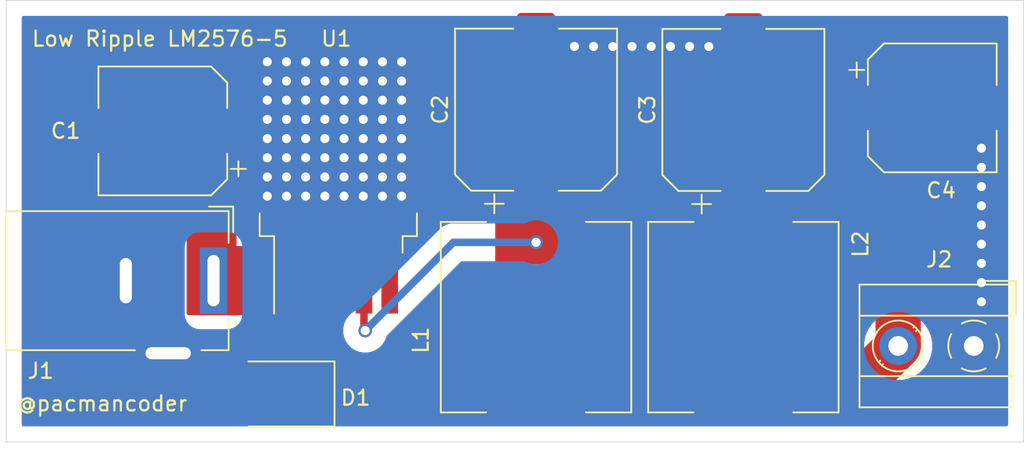
<source format=kicad_pcb>
(kicad_pcb (version 20171130) (host pcbnew 5.1.2)

  (general
    (thickness 1.6)
    (drawings 6)
    (tracks 146)
    (zones 0)
    (modules 10)
    (nets 6)
  )

  (page A4)
  (layers
    (0 F.Cu signal)
    (31 B.Cu mixed)
    (36 B.SilkS user)
    (37 F.SilkS user)
    (38 B.Mask user)
    (39 F.Mask user)
    (44 Edge.Cuts user)
    (45 Margin user)
    (46 B.CrtYd user)
    (47 F.CrtYd user)
    (48 B.Fab user hide)
    (49 F.Fab user hide)
  )

  (setup
    (last_trace_width 2.56)
    (user_trace_width 0.5)
    (user_trace_width 0.8)
    (user_trace_width 1)
    (user_trace_width 2)
    (user_trace_width 2.56)
    (user_trace_width 3)
    (trace_clearance 0.25)
    (zone_clearance 1)
    (zone_45_only no)
    (trace_min 0.25)
    (via_size 0.9)
    (via_drill 0.6)
    (via_min_size 0.9)
    (via_min_drill 0.6)
    (uvia_size 0.7)
    (uvia_drill 0.6)
    (uvias_allowed no)
    (uvia_min_size 0.6)
    (uvia_min_drill 0.6)
    (edge_width 0.05)
    (segment_width 0.2)
    (pcb_text_width 0.3)
    (pcb_text_size 1.5 1.5)
    (mod_edge_width 0.12)
    (mod_text_size 1 1)
    (mod_text_width 0.15)
    (pad_size 4.4 2)
    (pad_drill 3.4)
    (pad_to_mask_clearance 0.051)
    (solder_mask_min_width 0.25)
    (aux_axis_origin 154.94 110.49)
    (visible_elements FFFFFF7F)
    (pcbplotparams
      (layerselection 0x01000_7fffffff)
      (usegerberextensions false)
      (usegerberattributes false)
      (usegerberadvancedattributes false)
      (creategerberjobfile false)
      (excludeedgelayer false)
      (linewidth 0.300000)
      (plotframeref false)
      (viasonmask false)
      (mode 1)
      (useauxorigin true)
      (hpglpennumber 1)
      (hpglpenspeed 20)
      (hpglpendiameter 15.000000)
      (psnegative false)
      (psa4output false)
      (plotreference false)
      (plotvalue false)
      (plotinvisibletext false)
      (padsonsilk false)
      (subtractmaskfromsilk false)
      (outputformat 1)
      (mirror false)
      (drillshape 0)
      (scaleselection 1)
      (outputdirectory "gerber/"))
  )

  (net 0 "")
  (net 1 GND)
  (net 2 VIN)
  (net 3 FILTER_IN)
  (net 4 VOUT)
  (net 5 /SCHOTTKY)

  (net_class Default "This is the default net class."
    (clearance 0.25)
    (trace_width 0.25)
    (via_dia 0.9)
    (via_drill 0.6)
    (uvia_dia 0.7)
    (uvia_drill 0.6)
    (diff_pair_width 0.25)
    (diff_pair_gap 0.25)
    (add_net /SCHOTTKY)
    (add_net FILTER_IN)
    (add_net GND)
    (add_net VIN)
    (add_net VOUT)
  )

  (module Connector_BarrelJack:BarrelJack_Wuerth_6941xx301002 (layer F.Cu) (tedit 5B191DE1) (tstamp 5E3B4593)
    (at 164.846 62.992 270)
    (descr "Wuerth electronics barrel jack connector (5.5mm outher diameter, inner diameter 2.05mm or 2.55mm depending on exact order number), See: http://katalog.we-online.de/em/datasheet/6941xx301002.pdf")
    (tags "connector barrel jack")
    (path /5E3644D1)
    (fp_text reference J1 (at 5.969 11.43) (layer F.SilkS)
      (effects (font (size 1 1) (thickness 0.15)))
    )
    (fp_text value "Barrel Jack" (at 0 15.5 90) (layer F.Fab)
      (effects (font (size 1 1) (thickness 0.15)))
    )
    (fp_line (start -4.6 -1) (end -2.5 -1) (layer F.SilkS) (width 0.12))
    (fp_line (start 6.2 0.5) (end 5 0.5) (layer F.CrtYd) (width 0.05))
    (fp_line (start 6.2 5.5) (end 5 5.5) (layer F.CrtYd) (width 0.05))
    (fp_line (start 6.2 0.5) (end 6.2 5.5) (layer F.CrtYd) (width 0.05))
    (fp_line (start 5 0.5) (end 5 -1.4) (layer F.CrtYd) (width 0.05))
    (fp_line (start -5 14.1) (end 5 14.1) (layer F.CrtYd) (width 0.05))
    (fp_line (start -5 -1.4) (end -5 14.1) (layer F.CrtYd) (width 0.05))
    (fp_line (start 5 -1.4) (end -5 -1.4) (layer F.CrtYd) (width 0.05))
    (fp_line (start -4.9 -1.3) (end -4.9 0.3) (layer F.SilkS) (width 0.12))
    (fp_line (start -3.2 -1.3) (end -4.9 -1.3) (layer F.SilkS) (width 0.12))
    (fp_line (start 4.6 -1) (end 4.6 0.8) (layer F.SilkS) (width 0.12))
    (fp_line (start 2.5 -1) (end 4.6 -1) (layer F.SilkS) (width 0.12))
    (fp_line (start -4.6 13.7) (end -4.6 -1) (layer F.SilkS) (width 0.12))
    (fp_line (start 4.6 13.7) (end -4.6 13.7) (layer F.SilkS) (width 0.12))
    (fp_text user %R (at 0 7.5 90) (layer F.Fab)
      (effects (font (size 1 1) (thickness 0.15)))
    )
    (fp_line (start -4.5 13.6) (end -4.5 0.1) (layer F.Fab) (width 0.1))
    (fp_line (start 4.5 13.6) (end -4.5 13.6) (layer F.Fab) (width 0.1))
    (fp_line (start 4.5 -0.9) (end 4.5 13.6) (layer F.Fab) (width 0.1))
    (fp_line (start 4.5 -0.9) (end -3.5 -0.9) (layer F.Fab) (width 0.1))
    (fp_line (start -4.5 0.1) (end -3.5 -0.9) (layer F.Fab) (width 0.1))
    (fp_line (start 4.6 5.2) (end 4.6 13.7) (layer F.SilkS) (width 0.12))
    (fp_line (start 5 14.1) (end 5 5.5) (layer F.CrtYd) (width 0.05))
    (pad 1 thru_hole rect (at 0 0 270) (size 4.4 1.8) (drill oval 3.4 0.8) (layers *.Cu *.Mask)
      (net 2 VIN))
    (pad 2 thru_hole oval (at 0 5.8 270) (size 4 1.8) (drill oval 3 0.8) (layers *.Cu *.Mask)
      (net 1 GND))
    (pad 3 thru_hole oval (at 4.8 3) (size 4 1.8) (drill oval 3 0.8) (layers *.Cu *.Mask)
      (net 1 GND))
    (model ${KISYS3DMOD}/Connector_BarrelJack.3dshapes/BarrelJack_Wuerth_6941xx301002.wrl
      (at (xyz 0 0 0))
      (scale (xyz 1 1 1))
      (rotate (xyz 0 0 0))
    )
  )

  (module Diode_SMD:D_SMB (layer F.Cu) (tedit 58645DF3) (tstamp 5E3BB143)
    (at 169.3 70.485 180)
    (descr "Diode SMB (DO-214AA)")
    (tags "Diode SMB (DO-214AA)")
    (path /5E35EB95)
    (attr smd)
    (fp_text reference D1 (at -4.944 -0.254) (layer F.SilkS)
      (effects (font (size 1 1) (thickness 0.15)))
    )
    (fp_text value SS26 (at 0 3.1) (layer F.Fab)
      (effects (font (size 1 1) (thickness 0.15)))
    )
    (fp_line (start -3.55 -2.15) (end 2.15 -2.15) (layer F.SilkS) (width 0.12))
    (fp_line (start -3.55 2.15) (end 2.15 2.15) (layer F.SilkS) (width 0.12))
    (fp_line (start -0.64944 0.00102) (end 0.50118 -0.79908) (layer F.Fab) (width 0.1))
    (fp_line (start -0.64944 0.00102) (end 0.50118 0.75032) (layer F.Fab) (width 0.1))
    (fp_line (start 0.50118 0.75032) (end 0.50118 -0.79908) (layer F.Fab) (width 0.1))
    (fp_line (start -0.64944 -0.79908) (end -0.64944 0.80112) (layer F.Fab) (width 0.1))
    (fp_line (start 0.50118 0.00102) (end 1.4994 0.00102) (layer F.Fab) (width 0.1))
    (fp_line (start -0.64944 0.00102) (end -1.55114 0.00102) (layer F.Fab) (width 0.1))
    (fp_line (start -3.65 2.25) (end -3.65 -2.25) (layer F.CrtYd) (width 0.05))
    (fp_line (start 3.65 2.25) (end -3.65 2.25) (layer F.CrtYd) (width 0.05))
    (fp_line (start 3.65 -2.25) (end 3.65 2.25) (layer F.CrtYd) (width 0.05))
    (fp_line (start -3.65 -2.25) (end 3.65 -2.25) (layer F.CrtYd) (width 0.05))
    (fp_line (start 2.3 -2) (end -2.3 -2) (layer F.Fab) (width 0.1))
    (fp_line (start 2.3 -2) (end 2.3 2) (layer F.Fab) (width 0.1))
    (fp_line (start -2.3 2) (end -2.3 -2) (layer F.Fab) (width 0.1))
    (fp_line (start 2.3 2) (end -2.3 2) (layer F.Fab) (width 0.1))
    (fp_line (start -3.55 -2.15) (end -3.55 2.15) (layer F.SilkS) (width 0.12))
    (fp_text user %R (at 0 -3) (layer F.Fab)
      (effects (font (size 1 1) (thickness 0.15)))
    )
    (pad 2 smd rect (at 2.15 0 180) (size 2.5 2.3) (layers F.Cu F.Paste F.Mask)
      (net 1 GND))
    (pad 1 smd rect (at -2.15 0 180) (size 2.5 2.3) (layers F.Cu F.Paste F.Mask)
      (net 5 /SCHOTTKY))
    (model ${KISYS3DMOD}/Diode_SMD.3dshapes/D_SMB.wrl
      (at (xyz 0 0 0))
      (scale (xyz 1 1 1))
      (rotate (xyz 0 0 0))
    )
  )

  (module Package_TO_SOT_SMD:TO-263-5_TabPin3 (layer F.Cu) (tedit 5A70FBB6) (tstamp 5E3B468B)
    (at 173.101 57.096 90)
    (descr "TO-263 / D2PAK / DDPAK SMD package, http://www.infineon.com/cms/en/product/packages/PG-TO263/PG-TO263-5-1/")
    (tags "D2PAK DDPAK TO-263 D2PAK-5 TO-263-5 SOT-426")
    (path /5E35B44F)
    (attr smd)
    (fp_text reference U1 (at 10.106 -0.127 180) (layer F.SilkS)
      (effects (font (size 1 1) (thickness 0.15)))
    )
    (fp_text value LM2576HVS-5 (at 0 6.65 90) (layer F.Fab)
      (effects (font (size 1 1) (thickness 0.15)))
    )
    (fp_text user %R (at 0 0 90) (layer F.Fab)
      (effects (font (size 1 1) (thickness 0.15)))
    )
    (fp_line (start 8.32 -5.65) (end -8.32 -5.65) (layer F.CrtYd) (width 0.05))
    (fp_line (start 8.32 5.65) (end 8.32 -5.65) (layer F.CrtYd) (width 0.05))
    (fp_line (start -8.32 5.65) (end 8.32 5.65) (layer F.CrtYd) (width 0.05))
    (fp_line (start -8.32 -5.65) (end -8.32 5.65) (layer F.CrtYd) (width 0.05))
    (fp_line (start -2.95 4.25) (end -4.05 4.25) (layer F.SilkS) (width 0.12))
    (fp_line (start -2.95 5.2) (end -2.95 4.25) (layer F.SilkS) (width 0.12))
    (fp_line (start -1.45 5.2) (end -2.95 5.2) (layer F.SilkS) (width 0.12))
    (fp_line (start -2.95 -4.25) (end -8.075 -4.25) (layer F.SilkS) (width 0.12))
    (fp_line (start -2.95 -5.2) (end -2.95 -4.25) (layer F.SilkS) (width 0.12))
    (fp_line (start -1.45 -5.2) (end -2.95 -5.2) (layer F.SilkS) (width 0.12))
    (fp_line (start -7.45 3.8) (end -2.75 3.8) (layer F.Fab) (width 0.1))
    (fp_line (start -7.45 3) (end -7.45 3.8) (layer F.Fab) (width 0.1))
    (fp_line (start -2.75 3) (end -7.45 3) (layer F.Fab) (width 0.1))
    (fp_line (start -7.45 2.1) (end -2.75 2.1) (layer F.Fab) (width 0.1))
    (fp_line (start -7.45 1.3) (end -7.45 2.1) (layer F.Fab) (width 0.1))
    (fp_line (start -2.75 1.3) (end -7.45 1.3) (layer F.Fab) (width 0.1))
    (fp_line (start -7.45 0.4) (end -2.75 0.4) (layer F.Fab) (width 0.1))
    (fp_line (start -7.45 -0.4) (end -7.45 0.4) (layer F.Fab) (width 0.1))
    (fp_line (start -2.75 -0.4) (end -7.45 -0.4) (layer F.Fab) (width 0.1))
    (fp_line (start -7.45 -1.3) (end -2.75 -1.3) (layer F.Fab) (width 0.1))
    (fp_line (start -7.45 -2.1) (end -7.45 -1.3) (layer F.Fab) (width 0.1))
    (fp_line (start -2.75 -2.1) (end -7.45 -2.1) (layer F.Fab) (width 0.1))
    (fp_line (start -7.45 -3) (end -2.75 -3) (layer F.Fab) (width 0.1))
    (fp_line (start -7.45 -3.8) (end -7.45 -3) (layer F.Fab) (width 0.1))
    (fp_line (start -2.75 -3.8) (end -7.45 -3.8) (layer F.Fab) (width 0.1))
    (fp_line (start -1.75 -5) (end 6.5 -5) (layer F.Fab) (width 0.1))
    (fp_line (start -2.75 -4) (end -1.75 -5) (layer F.Fab) (width 0.1))
    (fp_line (start -2.75 5) (end -2.75 -4) (layer F.Fab) (width 0.1))
    (fp_line (start 6.5 5) (end -2.75 5) (layer F.Fab) (width 0.1))
    (fp_line (start 6.5 -5) (end 6.5 5) (layer F.Fab) (width 0.1))
    (fp_line (start 7.5 5) (end 6.5 5) (layer F.Fab) (width 0.1))
    (fp_line (start 7.5 -5) (end 7.5 5) (layer F.Fab) (width 0.1))
    (fp_line (start 6.5 -5) (end 7.5 -5) (layer F.Fab) (width 0.1))
    (pad "" smd rect (at 0.95 2.775 90) (size 4.55 5.25) (layers F.Paste))
    (pad "" smd rect (at 5.8 -2.775 90) (size 4.55 5.25) (layers F.Paste))
    (pad "" smd rect (at 0.95 -2.775 90) (size 4.55 5.25) (layers F.Paste))
    (pad "" smd rect (at 5.8 2.775 90) (size 4.55 5.25) (layers F.Paste))
    (pad 3 smd rect (at 3.375 0 90) (size 9.4 10.8) (layers F.Cu F.Mask)
      (net 1 GND))
    (pad 5 smd rect (at -5.775 3.4 90) (size 4.6 1.1) (layers F.Cu F.Paste F.Mask)
      (net 1 GND))
    (pad 4 smd rect (at -5.775 1.7 90) (size 4.6 1.1) (layers F.Cu F.Paste F.Mask)
      (net 3 FILTER_IN))
    (pad 3 smd rect (at -5.775 0 90) (size 4.6 1.1) (layers F.Cu F.Paste F.Mask)
      (net 1 GND))
    (pad 2 smd rect (at -5.775 -1.7 90) (size 4.6 1.1) (layers F.Cu F.Paste F.Mask)
      (net 5 /SCHOTTKY))
    (pad 1 smd rect (at -5.775 -3.4 90) (size 4.6 1.1) (layers F.Cu F.Paste F.Mask)
      (net 2 VIN))
    (model ${KISYS3DMOD}/Package_TO_SOT_SMD.3dshapes/TO-263-5_TabPin3.wrl
      (at (xyz 0 0 0))
      (scale (xyz 1 1 1))
      (rotate (xyz 0 0 0))
    )
  )

  (module Inductor_SMD:L_12x12mm_H8mm (layer F.Cu) (tedit 5990349C) (tstamp 5E3BD5C9)
    (at 199.898 65.408 270)
    (descr "Choke, SMD, 12x12mm 8mm height")
    (tags "Choke SMD")
    (path /5E362858)
    (attr smd)
    (fp_text reference L2 (at -4.829 -7.747 90) (layer F.SilkS)
      (effects (font (size 1 1) (thickness 0.15)))
    )
    (fp_text value 22uH (at 0 7.6 90) (layer F.Fab)
      (effects (font (size 1 1) (thickness 0.15)))
    )
    (fp_circle (center -2.1 3) (end -1.8 3.25) (layer F.Fab) (width 0.1))
    (fp_circle (center 0 0) (end 0.15 0.15) (layer F.Adhes) (width 0.38))
    (fp_circle (center 0 0) (end 0.55 0) (layer F.Adhes) (width 0.38))
    (fp_circle (center 0 0) (end 0.9 0) (layer F.Adhes) (width 0.38))
    (fp_line (start 6.2 -6.2) (end 6.2 -3.3) (layer F.Fab) (width 0.1))
    (fp_line (start -6.2 -6.2) (end -6.2 -3.3) (layer F.Fab) (width 0.1))
    (fp_line (start 6.2 -6.2) (end -6.2 -6.2) (layer F.Fab) (width 0.1))
    (fp_line (start 6.2 6.2) (end 6.2 3.3) (layer F.Fab) (width 0.1))
    (fp_line (start -6.2 6.2) (end 6.2 6.2) (layer F.Fab) (width 0.1))
    (fp_line (start -6.2 3.3) (end -6.2 6.2) (layer F.Fab) (width 0.1))
    (fp_line (start -5 -3.5) (end -4.8 -3.2) (layer F.Fab) (width 0.1))
    (fp_line (start -5.1 -4) (end -5 -3.5) (layer F.Fab) (width 0.1))
    (fp_line (start -4.9 -4.5) (end -5.1 -4) (layer F.Fab) (width 0.1))
    (fp_line (start -4.6 -4.8) (end -4.9 -4.5) (layer F.Fab) (width 0.1))
    (fp_line (start -4.2 -5) (end -4.6 -4.8) (layer F.Fab) (width 0.1))
    (fp_line (start -3.7 -5.1) (end -4.2 -5) (layer F.Fab) (width 0.1))
    (fp_line (start -3.3 -4.9) (end -3.7 -5.1) (layer F.Fab) (width 0.1))
    (fp_line (start -3 -4.7) (end -3.3 -4.9) (layer F.Fab) (width 0.1))
    (fp_line (start -2.6 -4.9) (end -3 -4.7) (layer F.Fab) (width 0.1))
    (fp_line (start -1.7 -5.3) (end -2.6 -4.9) (layer F.Fab) (width 0.1))
    (fp_line (start -0.8 -5.5) (end -1.7 -5.3) (layer F.Fab) (width 0.1))
    (fp_line (start 0 -5.6) (end -0.8 -5.5) (layer F.Fab) (width 0.1))
    (fp_line (start 0.9 -5.5) (end 0 -5.6) (layer F.Fab) (width 0.1))
    (fp_line (start 1.7 -5.3) (end 0.9 -5.5) (layer F.Fab) (width 0.1))
    (fp_line (start 2.2 -5.1) (end 1.7 -5.3) (layer F.Fab) (width 0.1))
    (fp_line (start 2.6 -4.9) (end 2.2 -5.1) (layer F.Fab) (width 0.1))
    (fp_line (start 3 -4.6) (end 2.6 -4.9) (layer F.Fab) (width 0.1))
    (fp_line (start 3.3 -4.9) (end 3 -4.6) (layer F.Fab) (width 0.1))
    (fp_line (start 3.6 -5) (end 3.3 -4.9) (layer F.Fab) (width 0.1))
    (fp_line (start 3.9 -5.1) (end 3.6 -5) (layer F.Fab) (width 0.1))
    (fp_line (start 4.2 -5.1) (end 3.9 -5.1) (layer F.Fab) (width 0.1))
    (fp_line (start 4.5 -4.9) (end 4.2 -5.1) (layer F.Fab) (width 0.1))
    (fp_line (start 4.8 -4.7) (end 4.5 -4.9) (layer F.Fab) (width 0.1))
    (fp_line (start 5 -4.3) (end 4.8 -4.7) (layer F.Fab) (width 0.1))
    (fp_line (start 5.1 -4) (end 5 -4.3) (layer F.Fab) (width 0.1))
    (fp_line (start 5 -3.6) (end 5.1 -4) (layer F.Fab) (width 0.1))
    (fp_line (start 4.9 -3.3) (end 5 -3.6) (layer F.Fab) (width 0.1))
    (fp_line (start -5 3.6) (end -4.8 3.2) (layer F.Fab) (width 0.1))
    (fp_line (start -5.1 4.1) (end -5 3.6) (layer F.Fab) (width 0.1))
    (fp_line (start -4.9 4.6) (end -5.1 4.1) (layer F.Fab) (width 0.1))
    (fp_line (start -4.6 4.8) (end -4.9 4.6) (layer F.Fab) (width 0.1))
    (fp_line (start -4.3 5) (end -4.6 4.8) (layer F.Fab) (width 0.1))
    (fp_line (start -3.9 5.1) (end -4.3 5) (layer F.Fab) (width 0.1))
    (fp_line (start -3.3 4.9) (end -3.9 5.1) (layer F.Fab) (width 0.1))
    (fp_line (start -3 4.7) (end -3.3 4.9) (layer F.Fab) (width 0.1))
    (fp_line (start -2.6 4.9) (end -3 4.7) (layer F.Fab) (width 0.1))
    (fp_line (start -2.1 5.1) (end -2.6 4.9) (layer F.Fab) (width 0.1))
    (fp_line (start -1.5 5.3) (end -2.1 5.1) (layer F.Fab) (width 0.1))
    (fp_line (start -0.6 5.5) (end -1.5 5.3) (layer F.Fab) (width 0.1))
    (fp_line (start 0.6 5.5) (end -0.6 5.5) (layer F.Fab) (width 0.1))
    (fp_line (start 1.6 5.3) (end 0.6 5.5) (layer F.Fab) (width 0.1))
    (fp_line (start 2.4 5) (end 1.6 5.3) (layer F.Fab) (width 0.1))
    (fp_line (start 3 4.6) (end 2.4 5) (layer F.Fab) (width 0.1))
    (fp_line (start 3.1 4.7) (end 3 4.6) (layer F.Fab) (width 0.1))
    (fp_line (start 3.5 5) (end 3.1 4.7) (layer F.Fab) (width 0.1))
    (fp_line (start 4 5.1) (end 3.5 5) (layer F.Fab) (width 0.1))
    (fp_line (start 4.5 5) (end 4 5.1) (layer F.Fab) (width 0.1))
    (fp_line (start 4.8 4.6) (end 4.5 5) (layer F.Fab) (width 0.1))
    (fp_line (start 5 4.3) (end 4.8 4.6) (layer F.Fab) (width 0.1))
    (fp_line (start 5.1 3.8) (end 5 4.3) (layer F.Fab) (width 0.1))
    (fp_line (start 5 3.4) (end 5.1 3.8) (layer F.Fab) (width 0.1))
    (fp_line (start 4.9 3.3) (end 5 3.4) (layer F.Fab) (width 0.1))
    (fp_line (start -6.86 6.6) (end -6.86 -6.6) (layer F.CrtYd) (width 0.05))
    (fp_line (start 6.86 6.6) (end -6.86 6.6) (layer F.CrtYd) (width 0.05))
    (fp_line (start 6.86 -6.6) (end 6.86 6.6) (layer F.CrtYd) (width 0.05))
    (fp_line (start -6.86 -6.6) (end 6.86 -6.6) (layer F.CrtYd) (width 0.05))
    (fp_line (start 6.3 -6.3) (end 6.3 -3.3) (layer F.SilkS) (width 0.12))
    (fp_line (start -6.3 -6.3) (end 6.3 -6.3) (layer F.SilkS) (width 0.12))
    (fp_line (start -6.3 -3.3) (end -6.3 -6.3) (layer F.SilkS) (width 0.12))
    (fp_line (start -6.3 6.3) (end -6.3 3.3) (layer F.SilkS) (width 0.12))
    (fp_line (start 6.3 6.3) (end -6.3 6.3) (layer F.SilkS) (width 0.12))
    (fp_line (start 6.3 3.3) (end 6.3 6.3) (layer F.SilkS) (width 0.12))
    (fp_text user %R (at 0 0 90) (layer F.Fab)
      (effects (font (size 1 1) (thickness 0.15)))
    )
    (pad 2 smd rect (at 4.95 0 270) (size 2.9 5.4) (layers F.Cu F.Paste F.Mask)
      (net 4 VOUT))
    (pad 1 smd rect (at -4.95 0 270) (size 2.9 5.4) (layers F.Cu F.Paste F.Mask)
      (net 3 FILTER_IN))
    (model ${KISYS3DMOD}/Inductor_SMD.3dshapes/L_12x12mm_H8mm.wrl
      (at (xyz 0 0 0))
      (scale (xyz 1 1 1))
      (rotate (xyz 0 0 0))
    )
  )

  (module Inductor_SMD:L_12x12mm_H8mm (layer F.Cu) (tedit 5990349C) (tstamp 5E3BD6B3)
    (at 186.182 65.408 90)
    (descr "Choke, SMD, 12x12mm 8mm height")
    (tags "Choke SMD")
    (path /5E35FD58)
    (attr smd)
    (fp_text reference L1 (at -1.521 -7.62 90) (layer F.SilkS)
      (effects (font (size 1 1) (thickness 0.15)))
    )
    (fp_text value 100uH (at 0 7.6 90) (layer F.Fab)
      (effects (font (size 1 1) (thickness 0.15)))
    )
    (fp_circle (center -2.1 3) (end -1.8 3.25) (layer F.Fab) (width 0.1))
    (fp_circle (center 0 0) (end 0.15 0.15) (layer F.Adhes) (width 0.38))
    (fp_circle (center 0 0) (end 0.55 0) (layer F.Adhes) (width 0.38))
    (fp_circle (center 0 0) (end 0.9 0) (layer F.Adhes) (width 0.38))
    (fp_line (start 6.2 -6.2) (end 6.2 -3.3) (layer F.Fab) (width 0.1))
    (fp_line (start -6.2 -6.2) (end -6.2 -3.3) (layer F.Fab) (width 0.1))
    (fp_line (start 6.2 -6.2) (end -6.2 -6.2) (layer F.Fab) (width 0.1))
    (fp_line (start 6.2 6.2) (end 6.2 3.3) (layer F.Fab) (width 0.1))
    (fp_line (start -6.2 6.2) (end 6.2 6.2) (layer F.Fab) (width 0.1))
    (fp_line (start -6.2 3.3) (end -6.2 6.2) (layer F.Fab) (width 0.1))
    (fp_line (start -5 -3.5) (end -4.8 -3.2) (layer F.Fab) (width 0.1))
    (fp_line (start -5.1 -4) (end -5 -3.5) (layer F.Fab) (width 0.1))
    (fp_line (start -4.9 -4.5) (end -5.1 -4) (layer F.Fab) (width 0.1))
    (fp_line (start -4.6 -4.8) (end -4.9 -4.5) (layer F.Fab) (width 0.1))
    (fp_line (start -4.2 -5) (end -4.6 -4.8) (layer F.Fab) (width 0.1))
    (fp_line (start -3.7 -5.1) (end -4.2 -5) (layer F.Fab) (width 0.1))
    (fp_line (start -3.3 -4.9) (end -3.7 -5.1) (layer F.Fab) (width 0.1))
    (fp_line (start -3 -4.7) (end -3.3 -4.9) (layer F.Fab) (width 0.1))
    (fp_line (start -2.6 -4.9) (end -3 -4.7) (layer F.Fab) (width 0.1))
    (fp_line (start -1.7 -5.3) (end -2.6 -4.9) (layer F.Fab) (width 0.1))
    (fp_line (start -0.8 -5.5) (end -1.7 -5.3) (layer F.Fab) (width 0.1))
    (fp_line (start 0 -5.6) (end -0.8 -5.5) (layer F.Fab) (width 0.1))
    (fp_line (start 0.9 -5.5) (end 0 -5.6) (layer F.Fab) (width 0.1))
    (fp_line (start 1.7 -5.3) (end 0.9 -5.5) (layer F.Fab) (width 0.1))
    (fp_line (start 2.2 -5.1) (end 1.7 -5.3) (layer F.Fab) (width 0.1))
    (fp_line (start 2.6 -4.9) (end 2.2 -5.1) (layer F.Fab) (width 0.1))
    (fp_line (start 3 -4.6) (end 2.6 -4.9) (layer F.Fab) (width 0.1))
    (fp_line (start 3.3 -4.9) (end 3 -4.6) (layer F.Fab) (width 0.1))
    (fp_line (start 3.6 -5) (end 3.3 -4.9) (layer F.Fab) (width 0.1))
    (fp_line (start 3.9 -5.1) (end 3.6 -5) (layer F.Fab) (width 0.1))
    (fp_line (start 4.2 -5.1) (end 3.9 -5.1) (layer F.Fab) (width 0.1))
    (fp_line (start 4.5 -4.9) (end 4.2 -5.1) (layer F.Fab) (width 0.1))
    (fp_line (start 4.8 -4.7) (end 4.5 -4.9) (layer F.Fab) (width 0.1))
    (fp_line (start 5 -4.3) (end 4.8 -4.7) (layer F.Fab) (width 0.1))
    (fp_line (start 5.1 -4) (end 5 -4.3) (layer F.Fab) (width 0.1))
    (fp_line (start 5 -3.6) (end 5.1 -4) (layer F.Fab) (width 0.1))
    (fp_line (start 4.9 -3.3) (end 5 -3.6) (layer F.Fab) (width 0.1))
    (fp_line (start -5 3.6) (end -4.8 3.2) (layer F.Fab) (width 0.1))
    (fp_line (start -5.1 4.1) (end -5 3.6) (layer F.Fab) (width 0.1))
    (fp_line (start -4.9 4.6) (end -5.1 4.1) (layer F.Fab) (width 0.1))
    (fp_line (start -4.6 4.8) (end -4.9 4.6) (layer F.Fab) (width 0.1))
    (fp_line (start -4.3 5) (end -4.6 4.8) (layer F.Fab) (width 0.1))
    (fp_line (start -3.9 5.1) (end -4.3 5) (layer F.Fab) (width 0.1))
    (fp_line (start -3.3 4.9) (end -3.9 5.1) (layer F.Fab) (width 0.1))
    (fp_line (start -3 4.7) (end -3.3 4.9) (layer F.Fab) (width 0.1))
    (fp_line (start -2.6 4.9) (end -3 4.7) (layer F.Fab) (width 0.1))
    (fp_line (start -2.1 5.1) (end -2.6 4.9) (layer F.Fab) (width 0.1))
    (fp_line (start -1.5 5.3) (end -2.1 5.1) (layer F.Fab) (width 0.1))
    (fp_line (start -0.6 5.5) (end -1.5 5.3) (layer F.Fab) (width 0.1))
    (fp_line (start 0.6 5.5) (end -0.6 5.5) (layer F.Fab) (width 0.1))
    (fp_line (start 1.6 5.3) (end 0.6 5.5) (layer F.Fab) (width 0.1))
    (fp_line (start 2.4 5) (end 1.6 5.3) (layer F.Fab) (width 0.1))
    (fp_line (start 3 4.6) (end 2.4 5) (layer F.Fab) (width 0.1))
    (fp_line (start 3.1 4.7) (end 3 4.6) (layer F.Fab) (width 0.1))
    (fp_line (start 3.5 5) (end 3.1 4.7) (layer F.Fab) (width 0.1))
    (fp_line (start 4 5.1) (end 3.5 5) (layer F.Fab) (width 0.1))
    (fp_line (start 4.5 5) (end 4 5.1) (layer F.Fab) (width 0.1))
    (fp_line (start 4.8 4.6) (end 4.5 5) (layer F.Fab) (width 0.1))
    (fp_line (start 5 4.3) (end 4.8 4.6) (layer F.Fab) (width 0.1))
    (fp_line (start 5.1 3.8) (end 5 4.3) (layer F.Fab) (width 0.1))
    (fp_line (start 5 3.4) (end 5.1 3.8) (layer F.Fab) (width 0.1))
    (fp_line (start 4.9 3.3) (end 5 3.4) (layer F.Fab) (width 0.1))
    (fp_line (start -6.86 6.6) (end -6.86 -6.6) (layer F.CrtYd) (width 0.05))
    (fp_line (start 6.86 6.6) (end -6.86 6.6) (layer F.CrtYd) (width 0.05))
    (fp_line (start 6.86 -6.6) (end 6.86 6.6) (layer F.CrtYd) (width 0.05))
    (fp_line (start -6.86 -6.6) (end 6.86 -6.6) (layer F.CrtYd) (width 0.05))
    (fp_line (start 6.3 -6.3) (end 6.3 -3.3) (layer F.SilkS) (width 0.12))
    (fp_line (start -6.3 -6.3) (end 6.3 -6.3) (layer F.SilkS) (width 0.12))
    (fp_line (start -6.3 -3.3) (end -6.3 -6.3) (layer F.SilkS) (width 0.12))
    (fp_line (start -6.3 6.3) (end -6.3 3.3) (layer F.SilkS) (width 0.12))
    (fp_line (start 6.3 6.3) (end -6.3 6.3) (layer F.SilkS) (width 0.12))
    (fp_line (start 6.3 3.3) (end 6.3 6.3) (layer F.SilkS) (width 0.12))
    (fp_text user %R (at 0 0 90) (layer F.Fab)
      (effects (font (size 1 1) (thickness 0.15)))
    )
    (pad 2 smd rect (at 4.95 0 90) (size 2.9 5.4) (layers F.Cu F.Paste F.Mask)
      (net 3 FILTER_IN))
    (pad 1 smd rect (at -4.95 0 90) (size 2.9 5.4) (layers F.Cu F.Paste F.Mask)
      (net 5 /SCHOTTKY))
    (model ${KISYS3DMOD}/Inductor_SMD.3dshapes/L_12x12mm_H8mm.wrl
      (at (xyz 0 0 0))
      (scale (xyz 1 1 1))
      (rotate (xyz 0 0 0))
    )
  )

  (module TerminalBlock_MetzConnect:TerminalBlock_MetzConnect_Type055_RT01502HDWU_1x02_P5.00mm_Horizontal (layer F.Cu) (tedit 5B294EA7) (tstamp 5E3BD778)
    (at 215.138 67.31 180)
    (descr "terminal block Metz Connect Type055_RT01502HDWU, 2 pins, pitch 5mm, size 10x8mm^2, drill diamater 1.3mm, pad diameter 2.5mm, see http://www.metz-connect.com/de/system/files/productfiles/Datenblatt_310551_RT015xxHDWU_OFF-022723S.pdf, script-generated using https://github.com/pointhi/kicad-footprint-generator/scripts/TerminalBlock_MetzConnect")
    (tags "THT terminal block Metz Connect Type055_RT01502HDWU pitch 5mm size 10x8mm^2 drill 1.3mm pad 2.5mm")
    (path /5E366DB3)
    (fp_text reference J2 (at 2.286 5.715) (layer F.SilkS)
      (effects (font (size 1 1) (thickness 0.15)))
    )
    (fp_text value KLS2 (at 2.5 5.06) (layer F.Fab)
      (effects (font (size 1 1) (thickness 0.15)))
    )
    (fp_text user %R (at 2.5 3) (layer F.Fab)
      (effects (font (size 1 1) (thickness 0.15)))
    )
    (fp_line (start 8 -4.5) (end -3 -4.5) (layer F.CrtYd) (width 0.05))
    (fp_line (start 8 4.5) (end 8 -4.5) (layer F.CrtYd) (width 0.05))
    (fp_line (start -3 4.5) (end 8 4.5) (layer F.CrtYd) (width 0.05))
    (fp_line (start -3 -4.5) (end -3 4.5) (layer F.CrtYd) (width 0.05))
    (fp_line (start -2.8 4.3) (end -0.8 4.3) (layer F.SilkS) (width 0.12))
    (fp_line (start -2.8 2.06) (end -2.8 4.3) (layer F.SilkS) (width 0.12))
    (fp_line (start 3.82 0.976) (end 3.726 1.069) (layer F.SilkS) (width 0.12))
    (fp_line (start 6.07 -1.275) (end 6.011 -1.216) (layer F.SilkS) (width 0.12))
    (fp_line (start 3.99 1.216) (end 3.931 1.274) (layer F.SilkS) (width 0.12))
    (fp_line (start 6.275 -1.069) (end 6.181 -0.976) (layer F.SilkS) (width 0.12))
    (fp_line (start 5.955 -1.138) (end 3.863 0.955) (layer F.Fab) (width 0.1))
    (fp_line (start 6.138 -0.955) (end 4.046 1.138) (layer F.Fab) (width 0.1))
    (fp_line (start 0.955 -1.138) (end -1.138 0.955) (layer F.Fab) (width 0.1))
    (fp_line (start 1.138 -0.955) (end -0.955 1.138) (layer F.Fab) (width 0.1))
    (fp_line (start 7.56 -4.06) (end 7.56 4.06) (layer F.SilkS) (width 0.12))
    (fp_line (start -2.56 -4.06) (end -2.56 4.06) (layer F.SilkS) (width 0.12))
    (fp_line (start -2.56 4.06) (end 7.56 4.06) (layer F.SilkS) (width 0.12))
    (fp_line (start -2.56 -4.06) (end 7.56 -4.06) (layer F.SilkS) (width 0.12))
    (fp_line (start -2.56 -2) (end 7.56 -2) (layer F.SilkS) (width 0.12))
    (fp_line (start -2.5 -2) (end 7.5 -2) (layer F.Fab) (width 0.1))
    (fp_line (start -2.56 2) (end 7.56 2) (layer F.SilkS) (width 0.12))
    (fp_line (start -2.5 2) (end 7.5 2) (layer F.Fab) (width 0.1))
    (fp_line (start -2.5 2) (end -2.5 -4) (layer F.Fab) (width 0.1))
    (fp_line (start -0.5 4) (end -2.5 2) (layer F.Fab) (width 0.1))
    (fp_line (start 7.5 4) (end -0.5 4) (layer F.Fab) (width 0.1))
    (fp_line (start 7.5 -4) (end 7.5 4) (layer F.Fab) (width 0.1))
    (fp_line (start -2.5 -4) (end 7.5 -4) (layer F.Fab) (width 0.1))
    (fp_circle (center 5 0) (end 6.68 0) (layer F.SilkS) (width 0.12))
    (fp_circle (center 5 0) (end 6.5 0) (layer F.Fab) (width 0.1))
    (fp_circle (center 0 0) (end 1.5 0) (layer F.Fab) (width 0.1))
    (fp_arc (start 0 0) (end -0.789 1.484) (angle -29) (layer F.SilkS) (width 0.12))
    (fp_arc (start 0 0) (end -1.484 -0.789) (angle -56) (layer F.SilkS) (width 0.12))
    (fp_arc (start 0 0) (end 0.789 -1.484) (angle -56) (layer F.SilkS) (width 0.12))
    (fp_arc (start 0 0) (end 1.484 0.789) (angle -56) (layer F.SilkS) (width 0.12))
    (fp_arc (start 0 0) (end 0 1.68) (angle -28) (layer F.SilkS) (width 0.12))
    (pad 2 thru_hole circle (at 5 0 180) (size 2.5 2.5) (drill 1.3) (layers *.Cu *.Mask)
      (net 4 VOUT))
    (pad 1 thru_hole rect (at 0 0 180) (size 2.5 2.5) (drill 1.3) (layers *.Cu *.Mask)
      (net 1 GND))
    (model ${KISYS3DMOD}/TerminalBlock_MetzConnect.3dshapes/TerminalBlock_MetzConnect_Type055_RT01502HDWU_1x02_P5.00mm_Horizontal.wrl
      (at (xyz 0 0 0))
      (scale (xyz 1 1 1))
      (rotate (xyz 0 0 0))
    )
  )

  (module Capacitor_SMD:CP_Elec_8x10 (layer F.Cu) (tedit 5BCA39D0) (tstamp 5E3BD7F1)
    (at 212.396 51.562)
    (descr "SMD capacitor, aluminum electrolytic, Nichicon, 8.0x10mm")
    (tags "capacitor electrolytic")
    (path /5E362070)
    (attr smd)
    (fp_text reference C4 (at 0.583 5.461) (layer F.SilkS)
      (effects (font (size 1 1) (thickness 0.15)))
    )
    (fp_text value 100uF (at 0 5.2) (layer F.Fab)
      (effects (font (size 1 1) (thickness 0.15)))
    )
    (fp_text user %R (at 0 0) (layer F.Fab)
      (effects (font (size 1 1) (thickness 0.15)))
    )
    (fp_line (start -5.25 1.5) (end -4.4 1.5) (layer F.CrtYd) (width 0.05))
    (fp_line (start -5.25 -1.5) (end -5.25 1.5) (layer F.CrtYd) (width 0.05))
    (fp_line (start -4.4 -1.5) (end -5.25 -1.5) (layer F.CrtYd) (width 0.05))
    (fp_line (start -4.4 1.5) (end -4.4 3.25) (layer F.CrtYd) (width 0.05))
    (fp_line (start -4.4 -3.25) (end -4.4 -1.5) (layer F.CrtYd) (width 0.05))
    (fp_line (start -4.4 -3.25) (end -3.25 -4.4) (layer F.CrtYd) (width 0.05))
    (fp_line (start -4.4 3.25) (end -3.25 4.4) (layer F.CrtYd) (width 0.05))
    (fp_line (start -3.25 -4.4) (end 4.4 -4.4) (layer F.CrtYd) (width 0.05))
    (fp_line (start -3.25 4.4) (end 4.4 4.4) (layer F.CrtYd) (width 0.05))
    (fp_line (start 4.4 1.5) (end 4.4 4.4) (layer F.CrtYd) (width 0.05))
    (fp_line (start 5.25 1.5) (end 4.4 1.5) (layer F.CrtYd) (width 0.05))
    (fp_line (start 5.25 -1.5) (end 5.25 1.5) (layer F.CrtYd) (width 0.05))
    (fp_line (start 4.4 -1.5) (end 5.25 -1.5) (layer F.CrtYd) (width 0.05))
    (fp_line (start 4.4 -4.4) (end 4.4 -1.5) (layer F.CrtYd) (width 0.05))
    (fp_line (start -5 -3.01) (end -5 -2.01) (layer F.SilkS) (width 0.12))
    (fp_line (start -5.5 -2.51) (end -4.5 -2.51) (layer F.SilkS) (width 0.12))
    (fp_line (start -4.26 3.195563) (end -3.195563 4.26) (layer F.SilkS) (width 0.12))
    (fp_line (start -4.26 -3.195563) (end -3.195563 -4.26) (layer F.SilkS) (width 0.12))
    (fp_line (start -4.26 -3.195563) (end -4.26 -1.51) (layer F.SilkS) (width 0.12))
    (fp_line (start -4.26 3.195563) (end -4.26 1.51) (layer F.SilkS) (width 0.12))
    (fp_line (start -3.195563 4.26) (end 4.26 4.26) (layer F.SilkS) (width 0.12))
    (fp_line (start -3.195563 -4.26) (end 4.26 -4.26) (layer F.SilkS) (width 0.12))
    (fp_line (start 4.26 -4.26) (end 4.26 -1.51) (layer F.SilkS) (width 0.12))
    (fp_line (start 4.26 4.26) (end 4.26 1.51) (layer F.SilkS) (width 0.12))
    (fp_line (start -3.162278 -1.9) (end -3.162278 -1.1) (layer F.Fab) (width 0.1))
    (fp_line (start -3.562278 -1.5) (end -2.762278 -1.5) (layer F.Fab) (width 0.1))
    (fp_line (start -4.15 3.15) (end -3.15 4.15) (layer F.Fab) (width 0.1))
    (fp_line (start -4.15 -3.15) (end -3.15 -4.15) (layer F.Fab) (width 0.1))
    (fp_line (start -4.15 -3.15) (end -4.15 3.15) (layer F.Fab) (width 0.1))
    (fp_line (start -3.15 4.15) (end 4.15 4.15) (layer F.Fab) (width 0.1))
    (fp_line (start -3.15 -4.15) (end 4.15 -4.15) (layer F.Fab) (width 0.1))
    (fp_line (start 4.15 -4.15) (end 4.15 4.15) (layer F.Fab) (width 0.1))
    (fp_circle (center 0 0) (end 4 0) (layer F.Fab) (width 0.1))
    (pad 2 smd roundrect (at 3.25 0) (size 3.5 2.5) (layers F.Cu F.Paste F.Mask) (roundrect_rratio 0.1)
      (net 1 GND))
    (pad 1 smd roundrect (at -3.25 0) (size 3.5 2.5) (layers F.Cu F.Paste F.Mask) (roundrect_rratio 0.1)
      (net 4 VOUT))
    (model ${KISYS3DMOD}/Capacitor_SMD.3dshapes/CP_Elec_8x10.wrl
      (at (xyz 0 0 0))
      (scale (xyz 1 1 1))
      (rotate (xyz 0 0 0))
    )
  )

  (module Capacitor_SMD:CP_Elec_10x10.5 (layer F.Cu) (tedit 5BCA39D1) (tstamp 5E3BD866)
    (at 199.898 51.698 90)
    (descr "SMD capacitor, aluminum electrolytic, Vishay 1010, 10.0x10.5mm, http://www.vishay.com/docs/28395/150crz.pdf")
    (tags "capacitor electrolytic")
    (path /5E3B4737)
    (attr smd)
    (fp_text reference C3 (at 0 -6.35 90) (layer F.SilkS)
      (effects (font (size 1 1) (thickness 0.15)))
    )
    (fp_text value 1000uF (at 0 6.3 90) (layer F.Fab)
      (effects (font (size 1 1) (thickness 0.15)))
    )
    (fp_text user %R (at 0 0 90) (layer F.Fab)
      (effects (font (size 1 1) (thickness 0.15)))
    )
    (fp_line (start -6.65 1.5) (end -5.5 1.5) (layer F.CrtYd) (width 0.05))
    (fp_line (start -6.65 -1.5) (end -6.65 1.5) (layer F.CrtYd) (width 0.05))
    (fp_line (start -5.5 -1.5) (end -6.65 -1.5) (layer F.CrtYd) (width 0.05))
    (fp_line (start -5.5 1.5) (end -5.5 4.35) (layer F.CrtYd) (width 0.05))
    (fp_line (start -5.5 -4.35) (end -5.5 -1.5) (layer F.CrtYd) (width 0.05))
    (fp_line (start -5.5 -4.35) (end -4.35 -5.5) (layer F.CrtYd) (width 0.05))
    (fp_line (start -5.5 4.35) (end -4.35 5.5) (layer F.CrtYd) (width 0.05))
    (fp_line (start -4.35 -5.5) (end 5.5 -5.5) (layer F.CrtYd) (width 0.05))
    (fp_line (start -4.35 5.5) (end 5.5 5.5) (layer F.CrtYd) (width 0.05))
    (fp_line (start 5.5 1.5) (end 5.5 5.5) (layer F.CrtYd) (width 0.05))
    (fp_line (start 6.65 1.5) (end 5.5 1.5) (layer F.CrtYd) (width 0.05))
    (fp_line (start 6.65 -1.5) (end 6.65 1.5) (layer F.CrtYd) (width 0.05))
    (fp_line (start 5.5 -1.5) (end 6.65 -1.5) (layer F.CrtYd) (width 0.05))
    (fp_line (start 5.5 -5.5) (end 5.5 -1.5) (layer F.CrtYd) (width 0.05))
    (fp_line (start -6.225 -3.385) (end -6.225 -2.135) (layer F.SilkS) (width 0.12))
    (fp_line (start -6.85 -2.76) (end -5.6 -2.76) (layer F.SilkS) (width 0.12))
    (fp_line (start -5.36 4.295563) (end -4.295563 5.36) (layer F.SilkS) (width 0.12))
    (fp_line (start -5.36 -4.295563) (end -4.295563 -5.36) (layer F.SilkS) (width 0.12))
    (fp_line (start -5.36 -4.295563) (end -5.36 -1.51) (layer F.SilkS) (width 0.12))
    (fp_line (start -5.36 4.295563) (end -5.36 1.51) (layer F.SilkS) (width 0.12))
    (fp_line (start -4.295563 5.36) (end 5.36 5.36) (layer F.SilkS) (width 0.12))
    (fp_line (start -4.295563 -5.36) (end 5.36 -5.36) (layer F.SilkS) (width 0.12))
    (fp_line (start 5.36 -5.36) (end 5.36 -1.51) (layer F.SilkS) (width 0.12))
    (fp_line (start 5.36 5.36) (end 5.36 1.51) (layer F.SilkS) (width 0.12))
    (fp_line (start -4.058325 -2.2) (end -4.058325 -1.2) (layer F.Fab) (width 0.1))
    (fp_line (start -4.558325 -1.7) (end -3.558325 -1.7) (layer F.Fab) (width 0.1))
    (fp_line (start -5.25 4.25) (end -4.25 5.25) (layer F.Fab) (width 0.1))
    (fp_line (start -5.25 -4.25) (end -4.25 -5.25) (layer F.Fab) (width 0.1))
    (fp_line (start -5.25 -4.25) (end -5.25 4.25) (layer F.Fab) (width 0.1))
    (fp_line (start -4.25 5.25) (end 5.25 5.25) (layer F.Fab) (width 0.1))
    (fp_line (start -4.25 -5.25) (end 5.25 -5.25) (layer F.Fab) (width 0.1))
    (fp_line (start 5.25 -5.25) (end 5.25 5.25) (layer F.Fab) (width 0.1))
    (fp_circle (center 0 0) (end 5 0) (layer F.Fab) (width 0.1))
    (pad 2 smd roundrect (at 4.2 0 90) (size 4.4 2.5) (layers F.Cu F.Paste F.Mask) (roundrect_rratio 0.1)
      (net 1 GND))
    (pad 1 smd roundrect (at -4.2 0 90) (size 4.4 2.5) (layers F.Cu F.Paste F.Mask) (roundrect_rratio 0.1)
      (net 3 FILTER_IN))
    (model ${KISYS3DMOD}/Capacitor_SMD.3dshapes/CP_Elec_10x10.5.wrl
      (at (xyz 0 0 0))
      (scale (xyz 1 1 1))
      (rotate (xyz 0 0 0))
    )
  )

  (module Capacitor_SMD:CP_Elec_10x10.5 (layer F.Cu) (tedit 5BCA39D1) (tstamp 5E3BDD65)
    (at 186.182 51.68 90)
    (descr "SMD capacitor, aluminum electrolytic, Vishay 1010, 10.0x10.5mm, http://www.vishay.com/docs/28395/150crz.pdf")
    (tags "capacitor electrolytic")
    (path /5E360E4D)
    (attr smd)
    (fp_text reference C2 (at 0 -6.35 90) (layer F.SilkS)
      (effects (font (size 1 1) (thickness 0.15)))
    )
    (fp_text value 1000uF (at 0 6.3 90) (layer F.Fab)
      (effects (font (size 1 1) (thickness 0.15)))
    )
    (fp_text user %R (at 0 0 90) (layer F.Fab)
      (effects (font (size 1 1) (thickness 0.15)))
    )
    (fp_line (start -6.65 1.5) (end -5.5 1.5) (layer F.CrtYd) (width 0.05))
    (fp_line (start -6.65 -1.5) (end -6.65 1.5) (layer F.CrtYd) (width 0.05))
    (fp_line (start -5.5 -1.5) (end -6.65 -1.5) (layer F.CrtYd) (width 0.05))
    (fp_line (start -5.5 1.5) (end -5.5 4.35) (layer F.CrtYd) (width 0.05))
    (fp_line (start -5.5 -4.35) (end -5.5 -1.5) (layer F.CrtYd) (width 0.05))
    (fp_line (start -5.5 -4.35) (end -4.35 -5.5) (layer F.CrtYd) (width 0.05))
    (fp_line (start -5.5 4.35) (end -4.35 5.5) (layer F.CrtYd) (width 0.05))
    (fp_line (start -4.35 -5.5) (end 5.5 -5.5) (layer F.CrtYd) (width 0.05))
    (fp_line (start -4.35 5.5) (end 5.5 5.5) (layer F.CrtYd) (width 0.05))
    (fp_line (start 5.5 1.5) (end 5.5 5.5) (layer F.CrtYd) (width 0.05))
    (fp_line (start 6.65 1.5) (end 5.5 1.5) (layer F.CrtYd) (width 0.05))
    (fp_line (start 6.65 -1.5) (end 6.65 1.5) (layer F.CrtYd) (width 0.05))
    (fp_line (start 5.5 -1.5) (end 6.65 -1.5) (layer F.CrtYd) (width 0.05))
    (fp_line (start 5.5 -5.5) (end 5.5 -1.5) (layer F.CrtYd) (width 0.05))
    (fp_line (start -6.225 -3.385) (end -6.225 -2.135) (layer F.SilkS) (width 0.12))
    (fp_line (start -6.85 -2.76) (end -5.6 -2.76) (layer F.SilkS) (width 0.12))
    (fp_line (start -5.36 4.295563) (end -4.295563 5.36) (layer F.SilkS) (width 0.12))
    (fp_line (start -5.36 -4.295563) (end -4.295563 -5.36) (layer F.SilkS) (width 0.12))
    (fp_line (start -5.36 -4.295563) (end -5.36 -1.51) (layer F.SilkS) (width 0.12))
    (fp_line (start -5.36 4.295563) (end -5.36 1.51) (layer F.SilkS) (width 0.12))
    (fp_line (start -4.295563 5.36) (end 5.36 5.36) (layer F.SilkS) (width 0.12))
    (fp_line (start -4.295563 -5.36) (end 5.36 -5.36) (layer F.SilkS) (width 0.12))
    (fp_line (start 5.36 -5.36) (end 5.36 -1.51) (layer F.SilkS) (width 0.12))
    (fp_line (start 5.36 5.36) (end 5.36 1.51) (layer F.SilkS) (width 0.12))
    (fp_line (start -4.058325 -2.2) (end -4.058325 -1.2) (layer F.Fab) (width 0.1))
    (fp_line (start -4.558325 -1.7) (end -3.558325 -1.7) (layer F.Fab) (width 0.1))
    (fp_line (start -5.25 4.25) (end -4.25 5.25) (layer F.Fab) (width 0.1))
    (fp_line (start -5.25 -4.25) (end -4.25 -5.25) (layer F.Fab) (width 0.1))
    (fp_line (start -5.25 -4.25) (end -5.25 4.25) (layer F.Fab) (width 0.1))
    (fp_line (start -4.25 5.25) (end 5.25 5.25) (layer F.Fab) (width 0.1))
    (fp_line (start -4.25 -5.25) (end 5.25 -5.25) (layer F.Fab) (width 0.1))
    (fp_line (start 5.25 -5.25) (end 5.25 5.25) (layer F.Fab) (width 0.1))
    (fp_circle (center 0 0) (end 5 0) (layer F.Fab) (width 0.1))
    (pad 2 smd roundrect (at 4.2 0 90) (size 4.4 2.5) (layers F.Cu F.Paste F.Mask) (roundrect_rratio 0.1)
      (net 1 GND))
    (pad 1 smd roundrect (at -4.2 0 90) (size 4.4 2.5) (layers F.Cu F.Paste F.Mask) (roundrect_rratio 0.1)
      (net 3 FILTER_IN))
    (model ${KISYS3DMOD}/Capacitor_SMD.3dshapes/CP_Elec_10x10.5.wrl
      (at (xyz 0 0 0))
      (scale (xyz 1 1 1))
      (rotate (xyz 0 0 0))
    )
  )

  (module Capacitor_SMD:CP_Elec_8x10 (layer F.Cu) (tedit 5BCA39D0) (tstamp 5E3BC2AA)
    (at 161.492 53.086 180)
    (descr "SMD capacitor, aluminum electrolytic, Nichicon, 8.0x10mm")
    (tags "capacitor electrolytic")
    (path /5E35D5F1)
    (attr smd)
    (fp_text reference C1 (at 6.425 0) (layer F.SilkS)
      (effects (font (size 1 1) (thickness 0.15)))
    )
    (fp_text value 100uF (at 0 5.2) (layer F.Fab)
      (effects (font (size 1 1) (thickness 0.15)))
    )
    (fp_text user %R (at 0 0) (layer F.Fab)
      (effects (font (size 1 1) (thickness 0.15)))
    )
    (fp_line (start -5.25 1.5) (end -4.4 1.5) (layer F.CrtYd) (width 0.05))
    (fp_line (start -5.25 -1.5) (end -5.25 1.5) (layer F.CrtYd) (width 0.05))
    (fp_line (start -4.4 -1.5) (end -5.25 -1.5) (layer F.CrtYd) (width 0.05))
    (fp_line (start -4.4 1.5) (end -4.4 3.25) (layer F.CrtYd) (width 0.05))
    (fp_line (start -4.4 -3.25) (end -4.4 -1.5) (layer F.CrtYd) (width 0.05))
    (fp_line (start -4.4 -3.25) (end -3.25 -4.4) (layer F.CrtYd) (width 0.05))
    (fp_line (start -4.4 3.25) (end -3.25 4.4) (layer F.CrtYd) (width 0.05))
    (fp_line (start -3.25 -4.4) (end 4.4 -4.4) (layer F.CrtYd) (width 0.05))
    (fp_line (start -3.25 4.4) (end 4.4 4.4) (layer F.CrtYd) (width 0.05))
    (fp_line (start 4.4 1.5) (end 4.4 4.4) (layer F.CrtYd) (width 0.05))
    (fp_line (start 5.25 1.5) (end 4.4 1.5) (layer F.CrtYd) (width 0.05))
    (fp_line (start 5.25 -1.5) (end 5.25 1.5) (layer F.CrtYd) (width 0.05))
    (fp_line (start 4.4 -1.5) (end 5.25 -1.5) (layer F.CrtYd) (width 0.05))
    (fp_line (start 4.4 -4.4) (end 4.4 -1.5) (layer F.CrtYd) (width 0.05))
    (fp_line (start -5 -3.01) (end -5 -2.01) (layer F.SilkS) (width 0.12))
    (fp_line (start -5.5 -2.51) (end -4.5 -2.51) (layer F.SilkS) (width 0.12))
    (fp_line (start -4.26 3.195563) (end -3.195563 4.26) (layer F.SilkS) (width 0.12))
    (fp_line (start -4.26 -3.195563) (end -3.195563 -4.26) (layer F.SilkS) (width 0.12))
    (fp_line (start -4.26 -3.195563) (end -4.26 -1.51) (layer F.SilkS) (width 0.12))
    (fp_line (start -4.26 3.195563) (end -4.26 1.51) (layer F.SilkS) (width 0.12))
    (fp_line (start -3.195563 4.26) (end 4.26 4.26) (layer F.SilkS) (width 0.12))
    (fp_line (start -3.195563 -4.26) (end 4.26 -4.26) (layer F.SilkS) (width 0.12))
    (fp_line (start 4.26 -4.26) (end 4.26 -1.51) (layer F.SilkS) (width 0.12))
    (fp_line (start 4.26 4.26) (end 4.26 1.51) (layer F.SilkS) (width 0.12))
    (fp_line (start -3.162278 -1.9) (end -3.162278 -1.1) (layer F.Fab) (width 0.1))
    (fp_line (start -3.562278 -1.5) (end -2.762278 -1.5) (layer F.Fab) (width 0.1))
    (fp_line (start -4.15 3.15) (end -3.15 4.15) (layer F.Fab) (width 0.1))
    (fp_line (start -4.15 -3.15) (end -3.15 -4.15) (layer F.Fab) (width 0.1))
    (fp_line (start -4.15 -3.15) (end -4.15 3.15) (layer F.Fab) (width 0.1))
    (fp_line (start -3.15 4.15) (end 4.15 4.15) (layer F.Fab) (width 0.1))
    (fp_line (start -3.15 -4.15) (end 4.15 -4.15) (layer F.Fab) (width 0.1))
    (fp_line (start 4.15 -4.15) (end 4.15 4.15) (layer F.Fab) (width 0.1))
    (fp_circle (center 0 0) (end 4 0) (layer F.Fab) (width 0.1))
    (pad 2 smd roundrect (at 3.25 0 180) (size 3.5 2.5) (layers F.Cu F.Paste F.Mask) (roundrect_rratio 0.1)
      (net 1 GND))
    (pad 1 smd roundrect (at -3.25 0 180) (size 3.5 2.5) (layers F.Cu F.Paste F.Mask) (roundrect_rratio 0.1)
      (net 2 VIN))
    (model ${KISYS3DMOD}/Capacitor_SMD.3dshapes/CP_Elec_8x10.wrl
      (at (xyz 0 0 0))
      (scale (xyz 1 1 1))
      (rotate (xyz 0 0 0))
    )
  )

  (gr_text "Low Ripple LM2576-5" (at 161.29 46.99) (layer F.SilkS)
    (effects (font (size 1 1) (thickness 0.15)))
  )
  (gr_text @pacmancoder (at 157.48 71.12) (layer F.SilkS)
    (effects (font (size 1 1) (thickness 0.15)))
  )
  (gr_line (start 218.44 73.66) (end 218.44 44.45) (layer Edge.Cuts) (width 0.05) (tstamp 5E3BDEE6))
  (gr_line (start 151.13 73.66) (end 218.44 73.66) (layer Edge.Cuts) (width 0.05))
  (gr_line (start 218.44 44.45) (end 151.13 44.45) (layer Edge.Cuts) (width 0.05) (tstamp 5E3BDECF))
  (gr_line (start 151.13 44.45) (end 151.13 73.66) (layer Edge.Cuts) (width 0.05))

  (via (at 173.482 48.514) (size 0.9) (drill 0.6) (layers F.Cu B.Cu) (net 0) (tstamp 5E3BF905))
  (via (at 176.022 48.514) (size 0.9) (drill 0.6) (layers F.Cu B.Cu) (net 1) (tstamp 5E3BF906))
  (via (at 177.292 48.514) (size 0.9) (drill 0.6) (layers F.Cu B.Cu) (net 1) (tstamp 5E3BF907))
  (via (at 170.942 48.514) (size 0.9) (drill 0.6) (layers F.Cu B.Cu) (net 0) (tstamp 5E3BF908))
  (via (at 169.672 48.514) (size 0.9) (drill 0.6) (layers F.Cu B.Cu) (net 1) (tstamp 5E3BF909))
  (via (at 168.402 48.514) (size 0.9) (drill 0.6) (layers F.Cu B.Cu) (net 1) (tstamp 5E3BF90A))
  (via (at 174.752 48.514) (size 0.9) (drill 0.6) (layers F.Cu B.Cu) (net 0) (tstamp 5E3BF90B))
  (via (at 172.212 48.514) (size 0.9) (drill 0.6) (layers F.Cu B.Cu) (net 0) (tstamp 5E3BF90C))
  (via (at 177.292 57.404) (size 0.9) (drill 0.6) (layers F.Cu B.Cu) (net 1) (tstamp 5E3BAFFF))
  (via (at 172.212 57.404) (size 0.9) (drill 0.6) (layers F.Cu B.Cu) (net 1) (tstamp 5E3BB000))
  (via (at 176.022 57.404) (size 0.9) (drill 0.6) (layers F.Cu B.Cu) (net 1) (tstamp 5E3BB001))
  (via (at 169.672 57.404) (size 0.9) (drill 0.6) (layers F.Cu B.Cu) (net 1) (tstamp 5E3BB002))
  (via (at 170.942 57.404) (size 0.9) (drill 0.6) (layers F.Cu B.Cu) (net 1) (tstamp 5E3BB003))
  (via (at 174.752 57.404) (size 0.9) (drill 0.6) (layers F.Cu B.Cu) (net 1) (tstamp 5E3BB004))
  (via (at 173.482 57.404) (size 0.9) (drill 0.6) (layers F.Cu B.Cu) (net 1) (tstamp 5E3BB005))
  (via (at 168.402 57.404) (size 0.9) (drill 0.6) (layers F.Cu B.Cu) (net 1) (tstamp 5E3BB006))
  (via (at 177.292 56.134) (size 0.9) (drill 0.6) (layers F.Cu B.Cu) (net 1) (tstamp 5E3BAFFF))
  (via (at 172.212 56.134) (size 0.9) (drill 0.6) (layers F.Cu B.Cu) (net 1) (tstamp 5E3BB000))
  (via (at 176.022 56.134) (size 0.9) (drill 0.6) (layers F.Cu B.Cu) (net 1) (tstamp 5E3BB001))
  (via (at 169.672 56.134) (size 0.9) (drill 0.6) (layers F.Cu B.Cu) (net 1) (tstamp 5E3BB002))
  (via (at 170.942 56.134) (size 0.9) (drill 0.6) (layers F.Cu B.Cu) (net 1) (tstamp 5E3BB003))
  (via (at 174.752 56.134) (size 0.9) (drill 0.6) (layers F.Cu B.Cu) (net 1) (tstamp 5E3BB004))
  (via (at 173.482 56.134) (size 0.9) (drill 0.6) (layers F.Cu B.Cu) (net 1) (tstamp 5E3BB005))
  (via (at 168.402 56.134) (size 0.9) (drill 0.6) (layers F.Cu B.Cu) (net 1) (tstamp 5E3BB006))
  (via (at 177.292 54.864) (size 0.9) (drill 0.6) (layers F.Cu B.Cu) (net 1) (tstamp 5E3BAFFF))
  (via (at 172.212 54.864) (size 0.9) (drill 0.6) (layers F.Cu B.Cu) (net 1) (tstamp 5E3BB000))
  (via (at 176.022 54.864) (size 0.9) (drill 0.6) (layers F.Cu B.Cu) (net 1) (tstamp 5E3BB001))
  (via (at 169.672 54.864) (size 0.9) (drill 0.6) (layers F.Cu B.Cu) (net 1) (tstamp 5E3BB002))
  (via (at 170.942 54.864) (size 0.9) (drill 0.6) (layers F.Cu B.Cu) (net 1) (tstamp 5E3BB003))
  (via (at 174.752 54.864) (size 0.9) (drill 0.6) (layers F.Cu B.Cu) (net 1) (tstamp 5E3BB004))
  (via (at 173.482 54.864) (size 0.9) (drill 0.6) (layers F.Cu B.Cu) (net 1) (tstamp 5E3BB005))
  (via (at 168.402 54.864) (size 0.9) (drill 0.6) (layers F.Cu B.Cu) (net 1) (tstamp 5E3BB006))
  (via (at 177.292 53.594) (size 0.9) (drill 0.6) (layers F.Cu B.Cu) (net 1) (tstamp 5E3BAFFF))
  (via (at 172.212 53.594) (size 0.9) (drill 0.6) (layers F.Cu B.Cu) (net 1) (tstamp 5E3BB000))
  (via (at 176.022 53.594) (size 0.9) (drill 0.6) (layers F.Cu B.Cu) (net 1) (tstamp 5E3BB001))
  (via (at 169.672 53.594) (size 0.9) (drill 0.6) (layers F.Cu B.Cu) (net 1) (tstamp 5E3BB002))
  (via (at 170.942 53.594) (size 0.9) (drill 0.6) (layers F.Cu B.Cu) (net 1) (tstamp 5E3BB003))
  (via (at 174.752 53.594) (size 0.9) (drill 0.6) (layers F.Cu B.Cu) (net 1) (tstamp 5E3BB004))
  (via (at 173.482 53.594) (size 0.9) (drill 0.6) (layers F.Cu B.Cu) (net 1) (tstamp 5E3BB005))
  (via (at 168.402 53.594) (size 0.9) (drill 0.6) (layers F.Cu B.Cu) (net 1) (tstamp 5E3BB006))
  (via (at 168.402 52.324) (size 0.9) (drill 0.6) (layers F.Cu B.Cu) (net 1))
  (via (at 169.672 52.324) (size 0.9) (drill 0.6) (layers F.Cu B.Cu) (net 1))
  (via (at 170.942 52.324) (size 0.9) (drill 0.6) (layers F.Cu B.Cu) (net 1))
  (via (at 172.212 52.324) (size 0.9) (drill 0.6) (layers F.Cu B.Cu) (net 1))
  (via (at 173.482 52.324) (size 0.9) (drill 0.6) (layers F.Cu B.Cu) (net 1))
  (via (at 174.752 52.324) (size 0.9) (drill 0.6) (layers F.Cu B.Cu) (net 1))
  (via (at 176.022 52.324) (size 0.9) (drill 0.6) (layers F.Cu B.Cu) (net 1))
  (via (at 177.292 52.324) (size 0.9) (drill 0.6) (layers F.Cu B.Cu) (net 1))
  (via (at 177.292 51.054) (size 0.9) (drill 0.6) (layers F.Cu B.Cu) (net 1))
  (via (at 176.022 51.054) (size 0.9) (drill 0.6) (layers F.Cu B.Cu) (net 1))
  (via (at 174.752 51.054) (size 0.9) (drill 0.6) (layers F.Cu B.Cu) (net 1))
  (via (at 173.482 51.054) (size 0.9) (drill 0.6) (layers F.Cu B.Cu) (net 1))
  (via (at 172.212 51.054) (size 0.9) (drill 0.6) (layers F.Cu B.Cu) (net 1))
  (via (at 170.942 51.054) (size 0.9) (drill 0.6) (layers F.Cu B.Cu) (net 1))
  (via (at 169.672 51.054) (size 0.9) (drill 0.6) (layers F.Cu B.Cu) (net 1))
  (via (at 168.402 51.054) (size 0.9) (drill 0.6) (layers F.Cu B.Cu) (net 1))
  (via (at 177.292 49.784) (size 0.9) (drill 0.6) (layers F.Cu B.Cu) (net 1))
  (via (at 176.022 49.784) (size 0.9) (drill 0.6) (layers F.Cu B.Cu) (net 1))
  (via (at 174.752 49.784) (size 0.9) (drill 0.6) (layers F.Cu B.Cu) (net 1))
  (via (at 173.482 49.784) (size 0.9) (drill 0.6) (layers F.Cu B.Cu) (net 1))
  (via (at 172.212 49.784) (size 0.9) (drill 0.6) (layers F.Cu B.Cu) (net 1))
  (via (at 170.942 49.784) (size 0.9) (drill 0.6) (layers F.Cu B.Cu) (net 1))
  (via (at 169.672 49.784) (size 0.9) (drill 0.6) (layers F.Cu B.Cu) (net 1))
  (via (at 168.402 49.784) (size 0.9) (drill 0.6) (layers F.Cu B.Cu) (net 1))
  (segment (start 173.609 53.721) (end 173.101 53.721) (width 1) (layer F.Cu) (net 1))
  (segment (start 176.501 56.613) (end 173.609 53.721) (width 1) (layer F.Cu) (net 1))
  (segment (start 176.501 62.871) (end 176.501 56.613) (width 1) (layer F.Cu) (net 1))
  (segment (start 215.646 66.802) (end 215.138 67.31) (width 3) (layer F.Cu) (net 1) (tstamp 5E3BD92D))
  (segment (start 215.646 51.562) (end 215.646 54.229) (width 3) (layer F.Cu) (net 1) (tstamp 5E3BD561))
  (segment (start 215.646 49.53) (end 215.646 51.562) (width 3) (layer F.Cu) (net 1) (tstamp 5E3BD570))
  (segment (start 199.898 47.498) (end 213.614 47.498) (width 3) (layer F.Cu) (net 1) (tstamp 5E3BD573))
  (segment (start 213.614 47.498) (end 215.646 49.53) (width 3) (layer F.Cu) (net 1) (tstamp 5E3BD56D))
  (segment (start 186.2 47.498) (end 186.182 47.48) (width 3) (layer F.Cu) (net 1) (tstamp 5E3BD930))
  (segment (start 199.898 47.498) (end 197.612 47.498) (width 3) (layer F.Cu) (net 1) (tstamp 5E3BD564))
  (segment (start 173.482 53.594) (end 173.482 52.578) (width 3) (layer F.Cu) (net 1))
  (segment (start 178.58 47.48) (end 186.182 47.48) (width 3) (layer F.Cu) (net 1))
  (segment (start 173.482 52.578) (end 178.58 47.48) (width 3) (layer F.Cu) (net 1))
  (segment (start 158.242 53.086) (end 158.242 51.308) (width 3) (layer F.Cu) (net 1))
  (segment (start 158.242 51.308) (end 161.925 47.625) (width 3) (layer F.Cu) (net 1))
  (segment (start 173.101 53.213) (end 173.101 53.721) (width 3) (layer F.Cu) (net 1))
  (segment (start 167.513 47.625) (end 173.101 53.213) (width 3) (layer F.Cu) (net 1))
  (segment (start 161.925 47.625) (end 167.513 47.625) (width 3) (layer F.Cu) (net 1))
  (segment (start 163.34 70.358) (end 162.56 69.578) (width 2.56) (layer F.Cu) (net 1))
  (segment (start 163.34 70.358) (end 158.115 65.133) (width 2.56) (layer F.Cu) (net 1))
  (segment (start 158.115 63.923) (end 159.046 62.992) (width 2.56) (layer F.Cu) (net 1))
  (segment (start 158.115 65.133) (end 158.115 63.923) (width 2.56) (layer F.Cu) (net 1))
  (segment (start 173.101 55.245) (end 173.482 54.864) (width 1) (layer F.Cu) (net 1))
  (segment (start 173.101 62.871) (end 173.101 53.721) (width 1) (layer F.Cu) (net 1))
  (segment (start 162.946 67.792) (end 161.846 67.792) (width 1) (layer F.Cu) (net 1))
  (segment (start 165.512 70.358) (end 162.946 67.792) (width 1) (layer F.Cu) (net 1))
  (segment (start 159.046 53.89) (end 158.242 53.086) (width 1) (layer F.Cu) (net 1))
  (segment (start 159.046 62.992) (end 159.046 53.89) (width 1) (layer F.Cu) (net 1))
  (segment (start 163.467 70.485) (end 163.34 70.358) (width 1) (layer F.Cu) (net 1))
  (segment (start 167.15 70.485) (end 163.467 70.485) (width 1) (layer F.Cu) (net 1))
  (segment (start 188.722 47.498) (end 186.2 47.498) (width 3) (layer F.Cu) (net 1) (tstamp 5E3BE250))
  (via (at 188.722 47.498) (size 0.9) (drill 0.6) (layers F.Cu B.Cu) (net 1))
  (segment (start 189.992 47.498) (end 188.722 47.498) (width 3) (layer F.Cu) (net 1) (tstamp 5E3BE252))
  (segment (start 191.262 47.498) (end 189.992 47.498) (width 3) (layer F.Cu) (net 1) (tstamp 5E3BE254))
  (via (at 191.262 47.498) (size 0.9) (drill 0.6) (layers F.Cu B.Cu) (net 1))
  (segment (start 192.532 47.498) (end 191.262 47.498) (width 3) (layer F.Cu) (net 1) (tstamp 5E3BE256))
  (segment (start 193.802 47.498) (end 192.532 47.498) (width 3) (layer F.Cu) (net 1) (tstamp 5E3BE258))
  (via (at 193.802 47.498) (size 0.9) (drill 0.6) (layers F.Cu B.Cu) (net 1))
  (segment (start 195.072 47.498) (end 193.802 47.498) (width 3) (layer F.Cu) (net 1) (tstamp 5E3BE25A))
  (segment (start 196.342 47.498) (end 195.072 47.498) (width 3) (layer F.Cu) (net 1) (tstamp 5E3BE25C))
  (via (at 196.342 47.498) (size 0.9) (drill 0.6) (layers F.Cu B.Cu) (net 1))
  (segment (start 197.612 47.498) (end 196.342 47.498) (width 3) (layer F.Cu) (net 1) (tstamp 5E3BE25E))
  (via (at 197.612 47.498) (size 0.9) (drill 0.6) (layers F.Cu B.Cu) (net 1))
  (segment (start 215.646 54.229) (end 215.646 55.499) (width 3) (layer F.Cu) (net 1) (tstamp 5E3BE3C9))
  (via (at 215.646 54.229) (size 0.9) (drill 0.6) (layers F.Cu B.Cu) (net 1))
  (segment (start 215.646 55.499) (end 215.646 56.769) (width 3) (layer F.Cu) (net 1) (tstamp 5E3BE3CB))
  (via (at 215.646 55.499) (size 0.9) (drill 0.6) (layers F.Cu B.Cu) (net 1))
  (segment (start 215.646 56.769) (end 215.646 58.039) (width 3) (layer F.Cu) (net 1) (tstamp 5E3BE3CD))
  (via (at 215.646 56.769) (size 0.9) (drill 0.6) (layers F.Cu B.Cu) (net 1))
  (segment (start 215.646 58.039) (end 215.646 59.309) (width 3) (layer F.Cu) (net 1) (tstamp 5E3BE3CF))
  (via (at 215.646 58.039) (size 0.9) (drill 0.6) (layers F.Cu B.Cu) (net 1))
  (segment (start 215.646 59.309) (end 215.646 60.579) (width 3) (layer F.Cu) (net 1) (tstamp 5E3BE3D1))
  (via (at 215.646 59.309) (size 0.9) (drill 0.6) (layers F.Cu B.Cu) (net 1))
  (segment (start 215.646 60.579) (end 215.646 61.849) (width 3) (layer F.Cu) (net 1) (tstamp 5E3BE3D3))
  (via (at 215.646 60.579) (size 0.9) (drill 0.6) (layers F.Cu B.Cu) (net 1))
  (segment (start 215.646 61.849) (end 215.646 63.119) (width 3) (layer F.Cu) (net 1) (tstamp 5E3BE3D5))
  (via (at 215.646 61.849) (size 0.9) (drill 0.6) (layers F.Cu B.Cu) (net 1))
  (segment (start 215.646 63.119) (end 215.646 64.389) (width 3) (layer F.Cu) (net 1) (tstamp 5E3BE3D7))
  (via (at 215.646 63.119) (size 0.9) (drill 0.6) (layers F.Cu B.Cu) (net 1))
  (segment (start 215.646 64.389) (end 215.646 66.802) (width 3) (layer F.Cu) (net 1) (tstamp 5E3BE3D9))
  (via (at 215.646 64.389) (size 0.9) (drill 0.6) (layers F.Cu B.Cu) (net 1))
  (via (at 195.072 47.498) (size 0.9) (drill 0.6) (layers F.Cu B.Cu) (net 1))
  (via (at 192.532 47.498) (size 0.9) (drill 0.6) (layers F.Cu B.Cu) (net 1))
  (via (at 189.992 47.498) (size 0.9) (drill 0.6) (layers F.Cu B.Cu) (net 1))
  (segment (start 164.846 53.19) (end 164.742 53.086) (width 2.56) (layer F.Cu) (net 2))
  (segment (start 164.846 62.992) (end 164.846 53.19) (width 2.56) (layer F.Cu) (net 2))
  (segment (start 164.967 62.871) (end 164.846 62.992) (width 1) (layer F.Cu) (net 2))
  (segment (start 169.701 62.871) (end 164.967 62.871) (width 1) (layer F.Cu) (net 2))
  (via (at 174.879 66.294) (size 0.9) (drill 0.6) (layers F.Cu B.Cu) (net 3))
  (segment (start 174.801 62.871) (end 174.801 66.216) (width 0.5) (layer F.Cu) (net 3))
  (segment (start 174.801 66.216) (end 174.879 66.294) (width 0.5) (layer F.Cu) (net 3))
  (via (at 186.182 60.458) (size 0.9) (drill 0.6) (layers F.Cu B.Cu) (net 3))
  (segment (start 174.879 66.294) (end 180.715 60.458) (width 0.5) (layer B.Cu) (net 3))
  (segment (start 180.715 60.458) (end 186.182 60.458) (width 0.5) (layer B.Cu) (net 3))
  (segment (start 207.09 70.358) (end 210.138 67.31) (width 3) (layer F.Cu) (net 4) (tstamp 5E3BD576))
  (segment (start 199.898 70.358) (end 207.09 70.358) (width 3) (layer F.Cu) (net 4) (tstamp 5E3BD567))
  (segment (start 210.138 52.554) (end 209.146 51.562) (width 3) (layer F.Cu) (net 4) (tstamp 5E3BD56A))
  (segment (start 210.138 67.31) (end 210.138 52.554) (width 3) (layer F.Cu) (net 4) (tstamp 5E3BD92A))
  (segment (start 171.401 70.309) (end 171.45 70.358) (width 1) (layer F.Cu) (net 5))
  (segment (start 171.401 62.871) (end 171.401 70.309) (width 1) (layer F.Cu) (net 5))
  (segment (start 186.055 70.485) (end 186.182 70.358) (width 2.56) (layer F.Cu) (net 5))
  (segment (start 171.45 70.485) (end 186.055 70.485) (width 2.56) (layer F.Cu) (net 5))

  (zone (net 2) (net_name VIN) (layer F.Cu) (tstamp 5E3BED4F) (hatch edge 0.508)
    (connect_pads yes (clearance 1))
    (min_thickness 0.254)
    (fill yes (arc_segments 32) (thermal_gap 0.508) (thermal_bridge_width 0.508))
    (polygon
      (pts
        (xy 169.418 60.706) (xy 163.83 60.706) (xy 163.83 65.278) (xy 169.418 65.278)
      )
    )
    (filled_polygon
      (pts
        (xy 169.291 65.151) (xy 163.957 65.151) (xy 163.957 60.833) (xy 169.291 60.833)
      )
    )
  )
  (zone (net 2) (net_name VIN) (layer F.Cu) (tstamp 5E3BED4C) (hatch edge 0.508)
    (connect_pads yes (clearance 1))
    (min_thickness 0.254)
    (fill yes (arc_segments 32) (thermal_gap 0.508) (thermal_bridge_width 0.508))
    (polygon
      (pts
        (xy 163.068 53.848) (xy 166.37 53.848) (xy 166.37 65.278) (xy 163.068 65.278)
      )
    )
    (filled_polygon
      (pts
        (xy 166.243 65.151) (xy 163.195 65.151) (xy 163.195 53.975) (xy 166.243 53.975)
      )
    )
  )
  (zone (net 1) (net_name GND) (layer F.Cu) (tstamp 5E3BED49) (hatch edge 0.508)
    (connect_pads yes (clearance 1))
    (min_thickness 0.254)
    (fill yes (arc_segments 32) (thermal_gap 0.508) (thermal_bridge_width 0.508))
    (polygon
      (pts
        (xy 160.02 53.594) (xy 160.02 64.77) (xy 161.798 66.802) (xy 163.83 66.802) (xy 166.37 69.215)
        (xy 166.37 71.755) (xy 159.766 71.628) (xy 156.718 68.326) (xy 156.464 68.072) (xy 156.464 53.594)
      )
    )
    (filled_polygon
      (pts
        (xy 159.893 64.77) (xy 159.89544 64.794776) (xy 159.902667 64.818601) (xy 159.914403 64.840557) (xy 159.924423 64.85363)
        (xy 161.702423 66.88563) (xy 161.720575 66.902669) (xy 161.741702 66.91584) (xy 161.764993 66.924636) (xy 161.798 66.929)
        (xy 163.779292 66.929) (xy 166.243 69.269522) (xy 166.243 71.625534) (xy 159.822587 71.502064) (xy 156.81132 68.239858)
        (xy 156.807803 68.236197) (xy 156.591 68.019394) (xy 156.591 53.721) (xy 159.893 53.721)
      )
    )
  )
  (zone (net 3) (net_name FILTER_IN) (layer F.Cu) (tstamp 5E3BED46) (hatch edge 0.508)
    (connect_pads yes (clearance 1))
    (min_thickness 0.254)
    (fill yes (arc_segments 32) (thermal_gap 0.508) (thermal_bridge_width 0.508))
    (polygon
      (pts
        (xy 185.166 54.102) (xy 200.914 54.102) (xy 200.914 61.722) (xy 185.166 61.722)
      )
    )
    (filled_polygon
      (pts
        (xy 200.787 61.595) (xy 185.293 61.595) (xy 185.293 54.229) (xy 200.787 54.229)
      )
    )
  )
  (zone (net 1) (net_name GND) (layer B.Cu) (tstamp 5E3BED43) (hatch edge 0.508)
    (connect_pads yes (clearance 1))
    (min_thickness 0.254)
    (fill yes (arc_segments 32) (thermal_gap 0.508) (thermal_bridge_width 0.508))
    (polygon
      (pts
        (xy 218.44 44.45) (xy 151.13 44.45) (xy 151.13 73.66) (xy 218.44 73.66)
      )
    )
    (filled_polygon
      (pts
        (xy 217.288 72.508) (xy 152.282 72.508) (xy 152.282 60.792) (xy 162.813547 60.792) (xy 162.813547 65.192)
        (xy 162.835307 65.412931) (xy 162.89975 65.625371) (xy 163.0044 65.821157) (xy 163.145235 65.992765) (xy 163.316843 66.1336)
        (xy 163.512629 66.23825) (xy 163.725069 66.302693) (xy 163.946 66.324453) (xy 165.746 66.324453) (xy 165.966931 66.302693)
        (xy 166.179371 66.23825) (xy 166.365654 66.138679) (xy 173.302 66.138679) (xy 173.302 66.449321) (xy 173.362604 66.753994)
        (xy 173.481481 67.040989) (xy 173.654064 67.299279) (xy 173.873721 67.518936) (xy 174.132011 67.691519) (xy 174.419006 67.810396)
        (xy 174.723679 67.871) (xy 175.034321 67.871) (xy 175.338994 67.810396) (xy 175.625989 67.691519) (xy 175.884279 67.518936)
        (xy 176.103936 67.299279) (xy 176.253201 67.075886) (xy 207.761 67.075886) (xy 207.761 67.544114) (xy 207.852347 68.003345)
        (xy 208.03153 68.435932) (xy 208.291664 68.825249) (xy 208.622751 69.156336) (xy 209.012068 69.41647) (xy 209.444655 69.595653)
        (xy 209.903886 69.687) (xy 210.372114 69.687) (xy 210.831345 69.595653) (xy 211.263932 69.41647) (xy 211.653249 69.156336)
        (xy 211.984336 68.825249) (xy 212.24447 68.435932) (xy 212.423653 68.003345) (xy 212.515 67.544114) (xy 212.515 67.075886)
        (xy 212.423653 66.616655) (xy 212.24447 66.184068) (xy 211.984336 65.794751) (xy 211.653249 65.463664) (xy 211.263932 65.20353)
        (xy 210.831345 65.024347) (xy 210.372114 64.933) (xy 209.903886 64.933) (xy 209.444655 65.024347) (xy 209.012068 65.20353)
        (xy 208.622751 65.463664) (xy 208.291664 65.794751) (xy 208.03153 66.184068) (xy 207.852347 66.616655) (xy 207.761 67.075886)
        (xy 176.253201 67.075886) (xy 176.276519 67.040989) (xy 176.395396 66.753994) (xy 176.402602 66.71777) (xy 181.285372 61.835)
        (xy 185.404302 61.835) (xy 185.435011 61.855519) (xy 185.722006 61.974396) (xy 186.026679 62.035) (xy 186.337321 62.035)
        (xy 186.641994 61.974396) (xy 186.928989 61.855519) (xy 187.187279 61.682936) (xy 187.406936 61.463279) (xy 187.579519 61.204989)
        (xy 187.698396 60.917994) (xy 187.759 60.613321) (xy 187.759 60.302679) (xy 187.698396 59.998006) (xy 187.579519 59.711011)
        (xy 187.406936 59.452721) (xy 187.187279 59.233064) (xy 186.928989 59.060481) (xy 186.641994 58.941604) (xy 186.337321 58.881)
        (xy 186.026679 58.881) (xy 185.722006 58.941604) (xy 185.435011 59.060481) (xy 185.404302 59.081) (xy 180.782636 59.081)
        (xy 180.714999 59.074338) (xy 180.647362 59.081) (xy 180.64736 59.081) (xy 180.445061 59.100925) (xy 180.185495 59.179663)
        (xy 179.946279 59.307527) (xy 179.736603 59.479603) (xy 179.693483 59.532145) (xy 174.45523 64.770398) (xy 174.419006 64.777604)
        (xy 174.132011 64.896481) (xy 173.873721 65.069064) (xy 173.654064 65.288721) (xy 173.481481 65.547011) (xy 173.362604 65.834006)
        (xy 173.302 66.138679) (xy 166.365654 66.138679) (xy 166.375157 66.1336) (xy 166.546765 65.992765) (xy 166.6876 65.821157)
        (xy 166.79225 65.625371) (xy 166.856693 65.412931) (xy 166.878453 65.192) (xy 166.878453 60.792) (xy 166.856693 60.571069)
        (xy 166.79225 60.358629) (xy 166.6876 60.162843) (xy 166.546765 59.991235) (xy 166.375157 59.8504) (xy 166.179371 59.74575)
        (xy 165.966931 59.681307) (xy 165.746 59.659547) (xy 163.946 59.659547) (xy 163.725069 59.681307) (xy 163.512629 59.74575)
        (xy 163.316843 59.8504) (xy 163.145235 59.991235) (xy 163.0044 60.162843) (xy 162.89975 60.358629) (xy 162.835307 60.571069)
        (xy 162.813547 60.792) (xy 152.282 60.792) (xy 152.282 45.602) (xy 217.288001 45.602)
      )
    )
  )
  (zone (net 1) (net_name GND) (layer F.Cu) (tstamp 0) (hatch edge 0.508)
    (connect_pads yes (clearance 1))
    (min_thickness 0.254)
    (fill yes (arc_segments 32) (thermal_gap 0.508) (thermal_bridge_width 0.508))
    (polygon
      (pts
        (xy 178.562 45.974) (xy 161.798 45.974) (xy 161.544 45.974) (xy 160.02 47.498) (xy 170.18 49.276)
        (xy 176.784 49.784)
      )
    )
    (filled_polygon
      (pts
        (xy 176.706091 49.650632) (xy 170.195854 49.149844) (xy 160.282584 47.415022) (xy 161.596606 46.101) (xy 178.362586 46.101)
      )
    )
  )
)

</source>
